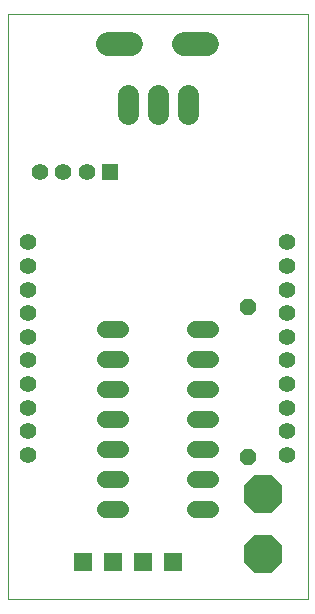
<source format=gts>
G75*
%MOIN*%
%OFA0B0*%
%FSLAX24Y24*%
%IPPOS*%
%LPD*%
%AMOC8*
5,1,8,0,0,1.08239X$1,22.5*
%
%ADD10C,0.0000*%
%ADD11R,0.0634X0.0634*%
%ADD12C,0.0555*%
%ADD13C,0.0560*%
%ADD14C,0.0690*%
%ADD15OC8,0.1280*%
%ADD16R,0.0555X0.0555*%
%ADD17C,0.0808*%
%ADD18OC8,0.0560*%
D10*
X000680Y000680D02*
X000680Y020180D01*
X010680Y020180D01*
X010680Y000680D01*
X000680Y000680D01*
D11*
X003180Y001930D03*
X004180Y001930D03*
X005180Y001930D03*
X006180Y001930D03*
D12*
X010011Y005493D03*
X010011Y006280D03*
X010011Y007068D03*
X010011Y007855D03*
X010011Y008643D03*
X010011Y009430D03*
X010011Y010217D03*
X010011Y011005D03*
X010011Y011792D03*
X010011Y012580D03*
X003324Y014930D03*
X002536Y014930D03*
X001749Y014930D03*
X001349Y012580D03*
X001349Y011792D03*
X001349Y011005D03*
X001349Y010217D03*
X001349Y009430D03*
X001349Y008643D03*
X001349Y007855D03*
X001349Y007068D03*
X001349Y006280D03*
X001349Y005493D03*
D13*
X003920Y005680D02*
X004440Y005680D01*
X004440Y006680D02*
X003920Y006680D01*
X003920Y007680D02*
X004440Y007680D01*
X004440Y008680D02*
X003920Y008680D01*
X003920Y009680D02*
X004440Y009680D01*
X006920Y009680D02*
X007440Y009680D01*
X007440Y008680D02*
X006920Y008680D01*
X006920Y007680D02*
X007440Y007680D01*
X007440Y006680D02*
X006920Y006680D01*
X006920Y005680D02*
X007440Y005680D01*
X007440Y004680D02*
X006920Y004680D01*
X006920Y003680D02*
X007440Y003680D01*
X004440Y003680D02*
X003920Y003680D01*
X003920Y004680D02*
X004440Y004680D01*
D14*
X004680Y016855D02*
X004680Y017505D01*
X005680Y017505D02*
X005680Y016855D01*
X006680Y016855D02*
X006680Y017505D01*
D15*
X009180Y004180D03*
X009180Y002180D03*
D16*
X004111Y014930D03*
D17*
X004017Y019180D02*
X004784Y019180D01*
X006576Y019180D02*
X007343Y019180D01*
D18*
X008680Y010430D03*
X008680Y005430D03*
M02*

</source>
